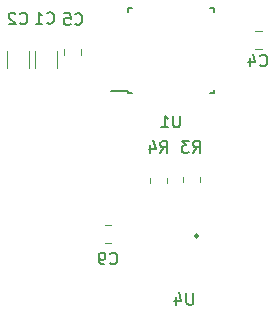
<source format=gbr>
%TF.GenerationSoftware,KiCad,Pcbnew,7.0.6*%
%TF.CreationDate,2023-09-14T12:48:26+02:00*%
%TF.ProjectId,pqunit,7071756e-6974-42e6-9b69-6361645f7063,rev?*%
%TF.SameCoordinates,Original*%
%TF.FileFunction,Legend,Bot*%
%TF.FilePolarity,Positive*%
%FSLAX46Y46*%
G04 Gerber Fmt 4.6, Leading zero omitted, Abs format (unit mm)*
G04 Created by KiCad (PCBNEW 7.0.6) date 2023-09-14 12:48:26*
%MOMM*%
%LPD*%
G01*
G04 APERTURE LIST*
%ADD10C,0.150000*%
%ADD11C,0.120000*%
%ADD12C,0.203200*%
G04 APERTURE END LIST*
D10*
X137834666Y-97184380D02*
X137882285Y-97232000D01*
X137882285Y-97232000D02*
X138025142Y-97279619D01*
X138025142Y-97279619D02*
X138120380Y-97279619D01*
X138120380Y-97279619D02*
X138263237Y-97232000D01*
X138263237Y-97232000D02*
X138358475Y-97136761D01*
X138358475Y-97136761D02*
X138406094Y-97041523D01*
X138406094Y-97041523D02*
X138453713Y-96851047D01*
X138453713Y-96851047D02*
X138453713Y-96708190D01*
X138453713Y-96708190D02*
X138406094Y-96517714D01*
X138406094Y-96517714D02*
X138358475Y-96422476D01*
X138358475Y-96422476D02*
X138263237Y-96327238D01*
X138263237Y-96327238D02*
X138120380Y-96279619D01*
X138120380Y-96279619D02*
X138025142Y-96279619D01*
X138025142Y-96279619D02*
X137882285Y-96327238D01*
X137882285Y-96327238D02*
X137834666Y-96374857D01*
X136882285Y-97279619D02*
X137453713Y-97279619D01*
X137167999Y-97279619D02*
X137167999Y-96279619D01*
X137167999Y-96279619D02*
X137263237Y-96422476D01*
X137263237Y-96422476D02*
X137358475Y-96517714D01*
X137358475Y-96517714D02*
X137453713Y-96565333D01*
X135548666Y-97235180D02*
X135596285Y-97282800D01*
X135596285Y-97282800D02*
X135739142Y-97330419D01*
X135739142Y-97330419D02*
X135834380Y-97330419D01*
X135834380Y-97330419D02*
X135977237Y-97282800D01*
X135977237Y-97282800D02*
X136072475Y-97187561D01*
X136072475Y-97187561D02*
X136120094Y-97092323D01*
X136120094Y-97092323D02*
X136167713Y-96901847D01*
X136167713Y-96901847D02*
X136167713Y-96758990D01*
X136167713Y-96758990D02*
X136120094Y-96568514D01*
X136120094Y-96568514D02*
X136072475Y-96473276D01*
X136072475Y-96473276D02*
X135977237Y-96378038D01*
X135977237Y-96378038D02*
X135834380Y-96330419D01*
X135834380Y-96330419D02*
X135739142Y-96330419D01*
X135739142Y-96330419D02*
X135596285Y-96378038D01*
X135596285Y-96378038D02*
X135548666Y-96425657D01*
X135167713Y-96425657D02*
X135120094Y-96378038D01*
X135120094Y-96378038D02*
X135024856Y-96330419D01*
X135024856Y-96330419D02*
X134786761Y-96330419D01*
X134786761Y-96330419D02*
X134691523Y-96378038D01*
X134691523Y-96378038D02*
X134643904Y-96425657D01*
X134643904Y-96425657D02*
X134596285Y-96520895D01*
X134596285Y-96520895D02*
X134596285Y-96616133D01*
X134596285Y-96616133D02*
X134643904Y-96758990D01*
X134643904Y-96758990D02*
X135215332Y-97330419D01*
X135215332Y-97330419D02*
X134596285Y-97330419D01*
X147435866Y-108201619D02*
X147769199Y-107725428D01*
X148007294Y-108201619D02*
X148007294Y-107201619D01*
X148007294Y-107201619D02*
X147626342Y-107201619D01*
X147626342Y-107201619D02*
X147531104Y-107249238D01*
X147531104Y-107249238D02*
X147483485Y-107296857D01*
X147483485Y-107296857D02*
X147435866Y-107392095D01*
X147435866Y-107392095D02*
X147435866Y-107534952D01*
X147435866Y-107534952D02*
X147483485Y-107630190D01*
X147483485Y-107630190D02*
X147531104Y-107677809D01*
X147531104Y-107677809D02*
X147626342Y-107725428D01*
X147626342Y-107725428D02*
X148007294Y-107725428D01*
X146578723Y-107534952D02*
X146578723Y-108201619D01*
X146816818Y-107154000D02*
X147054913Y-107868285D01*
X147054913Y-107868285D02*
X146435866Y-107868285D01*
X140222266Y-97285980D02*
X140269885Y-97333600D01*
X140269885Y-97333600D02*
X140412742Y-97381219D01*
X140412742Y-97381219D02*
X140507980Y-97381219D01*
X140507980Y-97381219D02*
X140650837Y-97333600D01*
X140650837Y-97333600D02*
X140746075Y-97238361D01*
X140746075Y-97238361D02*
X140793694Y-97143123D01*
X140793694Y-97143123D02*
X140841313Y-96952647D01*
X140841313Y-96952647D02*
X140841313Y-96809790D01*
X140841313Y-96809790D02*
X140793694Y-96619314D01*
X140793694Y-96619314D02*
X140746075Y-96524076D01*
X140746075Y-96524076D02*
X140650837Y-96428838D01*
X140650837Y-96428838D02*
X140507980Y-96381219D01*
X140507980Y-96381219D02*
X140412742Y-96381219D01*
X140412742Y-96381219D02*
X140269885Y-96428838D01*
X140269885Y-96428838D02*
X140222266Y-96476457D01*
X139317504Y-96381219D02*
X139793694Y-96381219D01*
X139793694Y-96381219D02*
X139841313Y-96857409D01*
X139841313Y-96857409D02*
X139793694Y-96809790D01*
X139793694Y-96809790D02*
X139698456Y-96762171D01*
X139698456Y-96762171D02*
X139460361Y-96762171D01*
X139460361Y-96762171D02*
X139365123Y-96809790D01*
X139365123Y-96809790D02*
X139317504Y-96857409D01*
X139317504Y-96857409D02*
X139269885Y-96952647D01*
X139269885Y-96952647D02*
X139269885Y-97190742D01*
X139269885Y-97190742D02*
X139317504Y-97285980D01*
X139317504Y-97285980D02*
X139365123Y-97333600D01*
X139365123Y-97333600D02*
X139460361Y-97381219D01*
X139460361Y-97381219D02*
X139698456Y-97381219D01*
X139698456Y-97381219D02*
X139793694Y-97333600D01*
X139793694Y-97333600D02*
X139841313Y-97285980D01*
X149079904Y-105054819D02*
X149079904Y-105864342D01*
X149079904Y-105864342D02*
X149032285Y-105959580D01*
X149032285Y-105959580D02*
X148984666Y-106007200D01*
X148984666Y-106007200D02*
X148889428Y-106054819D01*
X148889428Y-106054819D02*
X148698952Y-106054819D01*
X148698952Y-106054819D02*
X148603714Y-106007200D01*
X148603714Y-106007200D02*
X148556095Y-105959580D01*
X148556095Y-105959580D02*
X148508476Y-105864342D01*
X148508476Y-105864342D02*
X148508476Y-105054819D01*
X147508476Y-106054819D02*
X148079904Y-106054819D01*
X147794190Y-106054819D02*
X147794190Y-105054819D01*
X147794190Y-105054819D02*
X147889428Y-105197676D01*
X147889428Y-105197676D02*
X147984666Y-105292914D01*
X147984666Y-105292914D02*
X148079904Y-105340533D01*
X150211404Y-120061619D02*
X150211404Y-120871142D01*
X150211404Y-120871142D02*
X150163785Y-120966380D01*
X150163785Y-120966380D02*
X150116166Y-121014000D01*
X150116166Y-121014000D02*
X150020928Y-121061619D01*
X150020928Y-121061619D02*
X149830452Y-121061619D01*
X149830452Y-121061619D02*
X149735214Y-121014000D01*
X149735214Y-121014000D02*
X149687595Y-120966380D01*
X149687595Y-120966380D02*
X149639976Y-120871142D01*
X149639976Y-120871142D02*
X149639976Y-120061619D01*
X148735214Y-120394952D02*
X148735214Y-121061619D01*
X148973309Y-120014000D02*
X149211404Y-120728285D01*
X149211404Y-120728285D02*
X148592357Y-120728285D01*
X155868666Y-100791180D02*
X155916285Y-100838800D01*
X155916285Y-100838800D02*
X156059142Y-100886419D01*
X156059142Y-100886419D02*
X156154380Y-100886419D01*
X156154380Y-100886419D02*
X156297237Y-100838800D01*
X156297237Y-100838800D02*
X156392475Y-100743561D01*
X156392475Y-100743561D02*
X156440094Y-100648323D01*
X156440094Y-100648323D02*
X156487713Y-100457847D01*
X156487713Y-100457847D02*
X156487713Y-100314990D01*
X156487713Y-100314990D02*
X156440094Y-100124514D01*
X156440094Y-100124514D02*
X156392475Y-100029276D01*
X156392475Y-100029276D02*
X156297237Y-99934038D01*
X156297237Y-99934038D02*
X156154380Y-99886419D01*
X156154380Y-99886419D02*
X156059142Y-99886419D01*
X156059142Y-99886419D02*
X155916285Y-99934038D01*
X155916285Y-99934038D02*
X155868666Y-99981657D01*
X155011523Y-100219752D02*
X155011523Y-100886419D01*
X155249618Y-99838800D02*
X155487713Y-100553085D01*
X155487713Y-100553085D02*
X154868666Y-100553085D01*
X143168666Y-117555180D02*
X143216285Y-117602800D01*
X143216285Y-117602800D02*
X143359142Y-117650419D01*
X143359142Y-117650419D02*
X143454380Y-117650419D01*
X143454380Y-117650419D02*
X143597237Y-117602800D01*
X143597237Y-117602800D02*
X143692475Y-117507561D01*
X143692475Y-117507561D02*
X143740094Y-117412323D01*
X143740094Y-117412323D02*
X143787713Y-117221847D01*
X143787713Y-117221847D02*
X143787713Y-117078990D01*
X143787713Y-117078990D02*
X143740094Y-116888514D01*
X143740094Y-116888514D02*
X143692475Y-116793276D01*
X143692475Y-116793276D02*
X143597237Y-116698038D01*
X143597237Y-116698038D02*
X143454380Y-116650419D01*
X143454380Y-116650419D02*
X143359142Y-116650419D01*
X143359142Y-116650419D02*
X143216285Y-116698038D01*
X143216285Y-116698038D02*
X143168666Y-116745657D01*
X142692475Y-117650419D02*
X142501999Y-117650419D01*
X142501999Y-117650419D02*
X142406761Y-117602800D01*
X142406761Y-117602800D02*
X142359142Y-117555180D01*
X142359142Y-117555180D02*
X142263904Y-117412323D01*
X142263904Y-117412323D02*
X142216285Y-117221847D01*
X142216285Y-117221847D02*
X142216285Y-116840895D01*
X142216285Y-116840895D02*
X142263904Y-116745657D01*
X142263904Y-116745657D02*
X142311523Y-116698038D01*
X142311523Y-116698038D02*
X142406761Y-116650419D01*
X142406761Y-116650419D02*
X142597237Y-116650419D01*
X142597237Y-116650419D02*
X142692475Y-116698038D01*
X142692475Y-116698038D02*
X142740094Y-116745657D01*
X142740094Y-116745657D02*
X142787713Y-116840895D01*
X142787713Y-116840895D02*
X142787713Y-117078990D01*
X142787713Y-117078990D02*
X142740094Y-117174228D01*
X142740094Y-117174228D02*
X142692475Y-117221847D01*
X142692475Y-117221847D02*
X142597237Y-117269466D01*
X142597237Y-117269466D02*
X142406761Y-117269466D01*
X142406761Y-117269466D02*
X142311523Y-117221847D01*
X142311523Y-117221847D02*
X142263904Y-117174228D01*
X142263904Y-117174228D02*
X142216285Y-117078990D01*
X150200366Y-108199819D02*
X150533699Y-107723628D01*
X150771794Y-108199819D02*
X150771794Y-107199819D01*
X150771794Y-107199819D02*
X150390842Y-107199819D01*
X150390842Y-107199819D02*
X150295604Y-107247438D01*
X150295604Y-107247438D02*
X150247985Y-107295057D01*
X150247985Y-107295057D02*
X150200366Y-107390295D01*
X150200366Y-107390295D02*
X150200366Y-107533152D01*
X150200366Y-107533152D02*
X150247985Y-107628390D01*
X150247985Y-107628390D02*
X150295604Y-107676009D01*
X150295604Y-107676009D02*
X150390842Y-107723628D01*
X150390842Y-107723628D02*
X150771794Y-107723628D01*
X149867032Y-107199819D02*
X149247985Y-107199819D01*
X149247985Y-107199819D02*
X149581318Y-107580771D01*
X149581318Y-107580771D02*
X149438461Y-107580771D01*
X149438461Y-107580771D02*
X149343223Y-107628390D01*
X149343223Y-107628390D02*
X149295604Y-107676009D01*
X149295604Y-107676009D02*
X149247985Y-107771247D01*
X149247985Y-107771247D02*
X149247985Y-108009342D01*
X149247985Y-108009342D02*
X149295604Y-108104580D01*
X149295604Y-108104580D02*
X149343223Y-108152200D01*
X149343223Y-108152200D02*
X149438461Y-108199819D01*
X149438461Y-108199819D02*
X149724175Y-108199819D01*
X149724175Y-108199819D02*
X149819413Y-108152200D01*
X149819413Y-108152200D02*
X149867032Y-108104580D01*
D11*
%TO.C,C1*%
X138679600Y-99567948D02*
X138679600Y-100990452D01*
X136859600Y-99567948D02*
X136859600Y-100990452D01*
%TO.C,C2*%
X136292000Y-99567948D02*
X136292000Y-100990452D01*
X134472000Y-99567948D02*
X134472000Y-100990452D01*
%TO.C,R4*%
X148025500Y-110330736D02*
X148025500Y-110784864D01*
X146555500Y-110330736D02*
X146555500Y-110784864D01*
%TO.C,C5*%
X140739800Y-99408348D02*
X140739800Y-99930852D01*
X139269800Y-99408348D02*
X139269800Y-99930852D01*
D10*
%TO.C,U1*%
X144693000Y-95925000D02*
X144693000Y-96250000D01*
X144693000Y-95925000D02*
X145018000Y-95925000D01*
X144693000Y-102950000D02*
X143268000Y-102950000D01*
X144693000Y-103175000D02*
X144693000Y-102950000D01*
X144693000Y-103175000D02*
X145018000Y-103175000D01*
X151943000Y-95925000D02*
X151618000Y-95925000D01*
X151943000Y-95925000D02*
X151943000Y-96250000D01*
X151943000Y-103175000D02*
X151618000Y-103175000D01*
X151943000Y-103175000D02*
X151943000Y-102850000D01*
D12*
%TO.C,U4*%
X150634500Y-115247400D02*
G75*
G03*
X150634500Y-115247400I-143600J0D01*
G01*
D11*
%TO.C,C4*%
X155483548Y-97918600D02*
X156006052Y-97918600D01*
X155483548Y-99388600D02*
X156006052Y-99388600D01*
%TO.C,C9*%
X143281952Y-115828900D02*
X142759448Y-115828900D01*
X143281952Y-114358900D02*
X142759448Y-114358900D01*
%TO.C,R3*%
X150798200Y-110262936D02*
X150798200Y-110717064D01*
X149328200Y-110262936D02*
X149328200Y-110717064D01*
%TD*%
M02*

</source>
